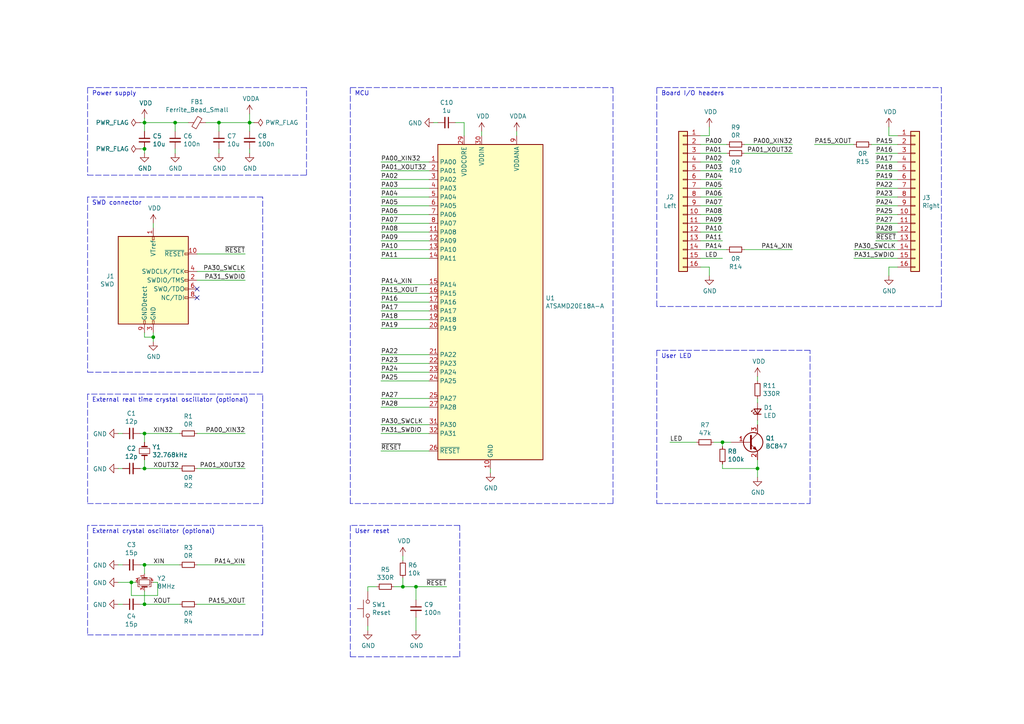
<source format=kicad_sch>
(kicad_sch (version 20211123) (generator eeschema)
  (paper "A4")
  (title_block (title "ATSAMD2x Breakout Board") (date "2022-04-02") (rev "A") (comment 1 "Universal breakout board for ATSAMD2x MCUs") (comment 3 "Michal Potrzebicz <michal@elevendroids.com>") (comment 4 "License: CC BY-SA 4.0"))
  (lib_symbols
    (symbol "Connector:Conn_ARM_JTAG_SWD_10" (pin_names (offset 1.016))
      (property "Reference" "J" (at -2.54 16.51 0))
      (property "Value" "Conn_ARM_JTAG_SWD_10" (at -2.54 13.97 0))
      (symbol "Conn_ARM_JTAG_SWD_10_0_1"
        (rectangle (start -10.16 12.7) (end 10.16 -12.7) (stroke (width 0.254)) (fill (type background)))
        (rectangle (start -2.794 -12.7) (end -2.286 -11.684))
        (rectangle (start -0.254 -12.7) (end 0.254 -11.684))
        (rectangle (start -0.254 12.7) (end 0.254 11.684))
        (rectangle (start 9.144 2.286) (end 10.16 2.794))
        (rectangle (start 10.16 -2.794) (end 9.144 -2.286))
        (rectangle (start 10.16 -0.254) (end 9.144 0.254))
        (rectangle (start 10.16 7.874) (end 9.144 7.366))
      )
      (symbol "Conn_ARM_JTAG_SWD_10_1_1"
        (rectangle (start 9.144 -5.334) (end 10.16 -4.826))
        (pin power_in line (at 0 15.24 270) (length 2.54) (name "VTref") (number "1"))
        (pin open_collector line (at 12.7 7.62 180) (length 2.54) (name "~{RESET}") (number "10"))
        (pin bidirectional line (at 12.7 0 180) (length 2.54) (name "SWDIO/TMS") (number "2"))
        (pin power_in line (at 0 -15.24 90) (length 2.54) (name "GND") (number "3"))
        (pin output line (at 12.7 2.54 180) (length 2.54) (name "SWDCLK/TCK") (number "4"))
        (pin passive line (at 0 -15.24 90) (length 2.54) hide (name "GND") (number "5"))
        (pin input line (at 12.7 -2.54 180) (length 2.54) (name "SWO/TDO") (number "6"))
        (pin no_connect line (at -10.16 0 0) (length 2.54) hide (name "KEY") (number "7"))
        (pin output line (at 12.7 -5.08 180) (length 2.54) (name "NC/TDI") (number "8"))
        (pin passive line (at -2.54 -15.24 90) (length 2.54) (name "GNDDetect") (number "9"))
      )
    )
    (symbol "Connector_Generic:Conn_01x16" (pin_names (offset 1.016) hide)
      (property "Reference" "J" (at 0 20.32 0))
      (property "Value" "Conn_01x16" (at 0 -22.86 0))
      (symbol "Conn_01x16_1_1"
        (rectangle (start -1.27 -20.193) (end 0 -20.447) (stroke (width 0.1524)))
        (rectangle (start -1.27 -17.653) (end 0 -17.907) (stroke (width 0.1524)))
        (rectangle (start -1.27 -15.113) (end 0 -15.367) (stroke (width 0.1524)))
        (rectangle (start -1.27 -12.573) (end 0 -12.827) (stroke (width 0.1524)))
        (rectangle (start -1.27 -10.033) (end 0 -10.287) (stroke (width 0.1524)))
        (rectangle (start -1.27 -7.493) (end 0 -7.747) (stroke (width 0.1524)))
        (rectangle (start -1.27 -4.953) (end 0 -5.207) (stroke (width 0.1524)))
        (rectangle (start -1.27 -2.413) (end 0 -2.667) (stroke (width 0.1524)))
        (rectangle (start -1.27 0.127) (end 0 -0.127) (stroke (width 0.1524)))
        (rectangle (start -1.27 2.667) (end 0 2.413) (stroke (width 0.1524)))
        (rectangle (start -1.27 5.207) (end 0 4.953) (stroke (width 0.1524)))
        (rectangle (start -1.27 7.747) (end 0 7.493) (stroke (width 0.1524)))
        (rectangle (start -1.27 10.287) (end 0 10.033) (stroke (width 0.1524)))
        (rectangle (start -1.27 12.827) (end 0 12.573) (stroke (width 0.1524)))
        (rectangle (start -1.27 15.367) (end 0 15.113) (stroke (width 0.1524)))
        (rectangle (start -1.27 17.907) (end 0 17.653) (stroke (width 0.1524)))
        (rectangle (start -1.27 19.05) (end 1.27 -21.59) (stroke (width 0.254)) (fill (type background)))
        (pin passive line (at -5.08 17.78 0) (length 3.81) (name "Pin_1") (number "1"))
        (pin passive line (at -5.08 -5.08 0) (length 3.81) (name "Pin_10") (number "10"))
        (pin passive line (at -5.08 -7.62 0) (length 3.81) (name "Pin_11") (number "11"))
        (pin passive line (at -5.08 -10.16 0) (length 3.81) (name "Pin_12") (number "12"))
        (pin passive line (at -5.08 -12.7 0) (length 3.81) (name "Pin_13") (number "13"))
        (pin passive line (at -5.08 -15.24 0) (length 3.81) (name "Pin_14") (number "14"))
        (pin passive line (at -5.08 -17.78 0) (length 3.81) (name "Pin_15") (number "15"))
        (pin passive line (at -5.08 -20.32 0) (length 3.81) (name "Pin_16") (number "16"))
        (pin passive line (at -5.08 15.24 0) (length 3.81) (name "Pin_2") (number "2"))
        (pin passive line (at -5.08 12.7 0) (length 3.81) (name "Pin_3") (number "3"))
        (pin passive line (at -5.08 10.16 0) (length 3.81) (name "Pin_4") (number "4"))
        (pin passive line (at -5.08 7.62 0) (length 3.81) (name "Pin_5") (number "5"))
        (pin passive line (at -5.08 5.08 0) (length 3.81) (name "Pin_6") (number "6"))
        (pin passive line (at -5.08 2.54 0) (length 3.81) (name "Pin_7") (number "7"))
        (pin passive line (at -5.08 0 0) (length 3.81) (name "Pin_8") (number "8"))
        (pin passive line (at -5.08 -2.54 0) (length 3.81) (name "Pin_9") (number "9"))
      )
    )
    (symbol "Device:C_Small" (pin_numbers hide) (pin_names (offset 0.254) hide)
      (property "Reference" "C" (at 0.254 1.778 0))
      (property "Value" "C_Small" (at 0.254 -2.032 0))
      (symbol "C_Small_0_1"
        (polyline (pts (xy -1.524 -0.508) (xy 1.524 -0.508)) (stroke (width 0.3302)))
        (polyline (pts (xy -1.524 0.508) (xy 1.524 0.508)) (stroke (width 0.3048)))
      )
      (symbol "C_Small_1_1"
        (pin passive line (at 0 2.54 270) (length 2.032) (name "~") (number "1"))
        (pin passive line (at 0 -2.54 90) (length 2.032) (name "~") (number "2"))
      )
    )
    (symbol "Device:Crystal_GND24_Small" (pin_names (offset 1.016) hide)
      (property "Reference" "Y" (at 1.27 4.445 0))
      (property "Value" "Crystal_GND24_Small" (at 1.27 2.54 0))
      (symbol "Crystal_GND24_Small_0_1"
        (rectangle (start -0.762 -1.524) (end 0.762 1.524))
        (polyline (pts (xy -1.27 -0.762) (xy -1.27 0.762)) (stroke (width 0.381)))
        (polyline (pts (xy 1.27 -0.762) (xy 1.27 0.762)) (stroke (width 0.381)))
        (polyline (pts (xy -1.27 -1.27) (xy -1.27 -1.905) (xy 1.27 -1.905) (xy 1.27 -1.27)))
        (polyline (pts (xy -1.27 1.27) (xy -1.27 1.905) (xy 1.27 1.905) (xy 1.27 1.27)))
      )
      (symbol "Crystal_GND24_Small_1_1"
        (pin passive line (at -2.54 0 0) (length 1.27) (name "1") (number "1"))
        (pin passive line (at 0 -2.54 90) (length 0.635) (name "2") (number "2"))
        (pin passive line (at 2.54 0 180) (length 1.27) (name "3") (number "3"))
        (pin passive line (at 0 2.54 270) (length 0.635) (name "4") (number "4"))
      )
    )
    (symbol "Device:Crystal_Small" (pin_numbers hide) (pin_names (offset 1.016) hide)
      (property "Reference" "Y" (at 0 2.54 0))
      (property "Value" "Crystal_Small" (at 0 -2.54 0))
      (symbol "Crystal_Small_0_1"
        (rectangle (start -0.762 -1.524) (end 0.762 1.524))
        (polyline (pts (xy -1.27 -0.762) (xy -1.27 0.762)) (stroke (width 0.381)))
        (polyline (pts (xy 1.27 -0.762) (xy 1.27 0.762)) (stroke (width 0.381)))
      )
      (symbol "Crystal_Small_1_1"
        (pin passive line (at -2.54 0 0) (length 1.27) (name "1") (number "1"))
        (pin passive line (at 2.54 0 180) (length 1.27) (name "2") (number "2"))
      )
    )
    (symbol "Device:FerriteBead_Small" (pin_numbers hide) (pin_names (offset 0))
      (property "Reference" "FB" (at 1.905 1.27 0))
      (property "Value" "FerriteBead_Small" (at 1.905 -1.27 0))
      (symbol "FerriteBead_Small_0_1"
        (polyline (pts (xy 0 -1.27) (xy 0 -0.7874)))
        (polyline (pts (xy 0 0.889) (xy 0 1.2954)))
        (polyline (pts (xy -1.8288 0.2794) (xy -1.1176 1.4986) (xy 1.8288 -0.2032) (xy 1.1176 -1.4224) (xy -1.8288 0.2794)))
      )
      (symbol "FerriteBead_Small_1_1"
        (pin passive line (at 0 2.54 270) (length 1.27) (name "~") (number "1"))
        (pin passive line (at 0 -2.54 90) (length 1.27) (name "~") (number "2"))
      )
    )
    (symbol "Device:LED_Small" (pin_numbers hide) (pin_names (offset 0.254) hide)
      (property "Reference" "D" (at -1.27 3.175 0))
      (property "Value" "LED_Small" (at -4.445 -2.54 0))
      (symbol "LED_Small_0_1"
        (polyline (pts (xy -0.762 -1.016) (xy -0.762 1.016)) (stroke (width 0.254)))
        (polyline (pts (xy 1.016 0) (xy -0.762 0)))
        (polyline (pts (xy 0.762 -1.016) (xy -0.762 0) (xy 0.762 1.016) (xy 0.762 -1.016)) (stroke (width 0.254)))
        (polyline (pts (xy 0 0.762) (xy -0.508 1.27) (xy -0.254 1.27) (xy -0.508 1.27) (xy -0.508 1.016)))
        (polyline (pts (xy 0.508 1.27) (xy 0 1.778) (xy 0.254 1.778) (xy 0 1.778) (xy 0 1.524)))
      )
      (symbol "LED_Small_1_1"
        (pin passive line (at -2.54 0 0) (length 1.778) (name "K") (number "1"))
        (pin passive line (at 2.54 0 180) (length 1.778) (name "A") (number "2"))
      )
    )
    (symbol "Device:R_Small" (pin_numbers hide) (pin_names (offset 0.254) hide)
      (property "Reference" "R" (at 0.762 0.508 0))
      (property "Value" "R_Small" (at 0.762 -1.016 0))
      (symbol "R_Small_0_1"
        (rectangle (start -0.762 1.778) (end 0.762 -1.778) (stroke (width 0.2032)))
      )
      (symbol "R_Small_1_1"
        (pin passive line (at 0 2.54 270) (length 0.762) (name "~") (number "1"))
        (pin passive line (at 0 -2.54 90) (length 0.762) (name "~") (number "2"))
      )
    )
    (symbol "Elevendroids_MCU_Microchip:ATSAMD20E18A-A"
      (property "Reference" "U" (at -13.97 46.99 0))
      (property "Value" "ATSAMD20E18A-A" (at 16.51 46.99 0))
      (symbol "ATSAMD20E18A-A_1_1"
        (rectangle (start -15.24 45.72) (end 15.24 -45.72) (stroke (width 0.254)) (fill (type background)))
        (pin bidirectional line (at -17.78 40.64 0) (length 2.54) (name "PA00") (number "1"))
        (pin power_in line (at 0 -48.26 90) (length 2.54) (name "GND") (number "10"))
        (pin bidirectional line (at -17.78 20.32 0) (length 2.54) (name "PA08") (number "11"))
        (pin bidirectional line (at -17.78 17.78 0) (length 2.54) (name "PA09") (number "12"))
        (pin bidirectional line (at -17.78 15.24 0) (length 2.54) (name "PA10") (number "13"))
        (pin bidirectional line (at -17.78 12.7 0) (length 2.54) (name "PA11") (number "14"))
        (pin bidirectional line (at -17.78 5.08 0) (length 2.54) (name "PA14") (number "15"))
        (pin bidirectional line (at -17.78 2.54 0) (length 2.54) (name "PA15") (number "16"))
        (pin bidirectional line (at -17.78 0 0) (length 2.54) (name "PA16") (number "17"))
        (pin bidirectional line (at -17.78 -2.54 0) (length 2.54) (name "PA17") (number "18"))
        (pin bidirectional line (at -17.78 -5.08 0) (length 2.54) (name "PA18") (number "19"))
        (pin bidirectional line (at -17.78 38.1 0) (length 2.54) (name "PA01") (number "2"))
        (pin bidirectional line (at -17.78 -7.62 0) (length 2.54) (name "PA19") (number "20"))
        (pin bidirectional line (at -17.78 -15.24 0) (length 2.54) (name "PA22") (number "21"))
        (pin bidirectional line (at -17.78 -17.78 0) (length 2.54) (name "PA23") (number "22"))
        (pin bidirectional line (at -17.78 -20.32 0) (length 2.54) (name "PA24") (number "23"))
        (pin bidirectional line (at -17.78 -22.86 0) (length 2.54) (name "PA25") (number "24"))
        (pin bidirectional line (at -17.78 -27.94 0) (length 2.54) (name "PA27") (number "25"))
        (pin input line (at -17.78 -43.18 0) (length 2.54) (name "~{RESET}") (number "26"))
        (pin bidirectional line (at -17.78 -30.48 0) (length 2.54) (name "PA28") (number "27"))
        (pin passive line (at 0 -48.26 90) (length 2.54) hide (name "GND") (number "28"))
        (pin power_out line (at -7.62 48.26 270) (length 2.54) (name "VDDCORE") (number "29"))
        (pin bidirectional line (at -17.78 35.56 0) (length 2.54) (name "PA02") (number "3"))
        (pin power_in line (at -2.54 48.26 270) (length 2.54) (name "VDDIN") (number "30"))
        (pin bidirectional line (at -17.78 -35.56 0) (length 2.54) (name "PA30") (number "31"))
        (pin bidirectional line (at -17.78 -38.1 0) (length 2.54) (name "PA31") (number "32"))
        (pin bidirectional line (at -17.78 33.02 0) (length 2.54) (name "PA03") (number "4"))
        (pin bidirectional line (at -17.78 30.48 0) (length 2.54) (name "PA04") (number "5"))
        (pin bidirectional line (at -17.78 27.94 0) (length 2.54) (name "PA05") (number "6"))
        (pin bidirectional line (at -17.78 25.4 0) (length 2.54) (name "PA06") (number "7"))
        (pin bidirectional line (at -17.78 22.86 0) (length 2.54) (name "PA07") (number "8"))
        (pin power_in line (at 7.62 48.26 270) (length 2.54) (name "VDDANA") (number "9"))
      )
    )
    (symbol "Switch:SW_Push" (pin_numbers hide) (pin_names (offset 1.016) hide)
      (property "Reference" "SW" (at 1.27 2.54 0))
      (property "Value" "SW_Push" (at 0 -1.524 0))
      (symbol "SW_Push_0_1"
        (circle (center -2.032 0) (radius 0.508))
        (polyline (pts (xy 0 1.27) (xy 0 3.048)))
        (polyline (pts (xy 2.54 1.27) (xy -2.54 1.27)))
        (circle (center 2.032 0) (radius 0.508))
        (pin passive line (at -5.08 0 0) (length 2.54) (name "1") (number "1"))
        (pin passive line (at 5.08 0 180) (length 2.54) (name "2") (number "2"))
      )
    )
    (symbol "Transistor_BJT:BC847" (pin_names (offset 0) hide)
      (property "Reference" "Q" (at 5.08 1.905 0))
      (property "Value" "BC847" (at 5.08 0 0))
      (symbol "BC847_0_1"
        (polyline (pts (xy 0.635 0.635) (xy 2.54 2.54)))
        (polyline (pts (xy 0.635 -0.635) (xy 2.54 -2.54) (xy 2.54 -2.54)))
        (polyline (pts (xy 0.635 1.905) (xy 0.635 -1.905) (xy 0.635 -1.905)) (stroke (width 0.508)))
        (polyline (pts (xy 1.27 -1.778) (xy 1.778 -1.27) (xy 2.286 -2.286) (xy 1.27 -1.778) (xy 1.27 -1.778)) (fill (type outline)))
        (circle (center 1.27 0) (radius 2.8194) (stroke (width 0.254)))
      )
      (symbol "BC847_1_1"
        (pin input line (at -5.08 0 0) (length 5.715) (name "B") (number "1"))
        (pin passive line (at 2.54 -5.08 90) (length 2.54) (name "E") (number "2"))
        (pin passive line (at 2.54 5.08 270) (length 2.54) (name "C") (number "3"))
      )
    )
    (symbol "power:GND" (power) (pin_names (offset 0))
      (property "Value" "GND" (at 0 -3.81 0))
      (symbol "GND_0_1"
        (polyline (pts (xy 0 0) (xy 0 -1.27) (xy 1.27 -1.27) (xy 0 -2.54) (xy -1.27 -1.27) (xy 0 -1.27)))
      )
      (symbol "GND_1_1"
        (pin power_in line (at 0 0 270) (length 0) hide (name "GND") (number "1"))
      )
    )
    (symbol "power:PWR_FLAG" (power) (pin_numbers hide) (pin_names (offset 0) hide)
      (property "Value" "PWR_FLAG" (at 0 3.81 0))
      (symbol "PWR_FLAG_0_0"
        (pin power_out line (at 0 0 90) (length 0) (name "pwr") (number "1"))
      )
      (symbol "PWR_FLAG_0_1"
        (polyline (pts (xy 0 0) (xy 0 1.27) (xy -1.016 1.905) (xy 0 2.54) (xy 1.016 1.905) (xy 0 1.27)))
      )
    )
    (symbol "power:VDD" (power) (pin_names (offset 0))
      (property "Value" "VDD" (at 0 3.81 0))
      (symbol "VDD_0_1"
        (polyline (pts (xy -0.762 1.27) (xy 0 2.54)))
        (polyline (pts (xy 0 0) (xy 0 2.54)))
        (polyline (pts (xy 0 2.54) (xy 0.762 1.27)))
      )
      (symbol "VDD_1_1"
        (pin power_in line (at 0 0 90) (length 0) hide (name "VDD") (number "1"))
      )
    )
    (symbol "power:VDDA" (power) (pin_names (offset 0))
      (property "Value" "VDDA" (at 0 3.81 0))
      (symbol "VDDA_0_1"
        (polyline (pts (xy -0.762 1.27) (xy 0 2.54)))
        (polyline (pts (xy 0 0) (xy 0 2.54)))
        (polyline (pts (xy 0 2.54) (xy 0.762 1.27)))
      )
      (symbol "VDDA_1_1"
        (pin power_in line (at 0 0 90) (length 0) hide (name "VDDA") (number "1"))
      )
    )
  )
  (junction (at 41.91 163.83))
  (junction (at 120.65 170.18))
  (junction (at 41.91 35.56))
  (junction (at 41.91 43.18))
  (junction (at 41.91 135.89))
  (junction (at 50.8 35.56))
  (junction (at 41.91 125.73))
  (junction (at 44.45 97.79))
  (junction (at 116.84 170.18))
  (junction (at 38.1 168.91))
  (junction (at 63.5 35.56))
  (junction (at 41.91 175.26))
  (junction (at 72.39 35.56))
  (junction (at 209.55 128.27))
  (junction (at 219.71 135.89))
  (no_connect (at 57.15 86.36))
  (no_connect (at 57.15 83.82))
  (wire (pts (xy 124.46 90.17) (xy 110.49 90.17)))
  (wire (pts (xy 257.81 80.01) (xy 257.81 77.47)))
  (wire (pts (xy 124.46 87.63) (xy 110.49 87.63)))
  (wire (pts (xy 215.9 72.39) (xy 229.87 72.39)))
  (polyline (pts (xy 101.6 152.4) (xy 101.6 190.5)))
  (wire (pts (xy 72.39 35.56) (xy 72.39 38.1)))
  (wire (pts (xy 34.29 168.91) (xy 38.1 168.91)))
  (wire (pts (xy 50.8 35.56) (xy 41.91 35.56)))
  (wire (pts (xy 219.71 109.22) (xy 219.71 110.49)))
  (wire (pts (xy 203.2 59.69) (xy 209.55 59.69)))
  (wire (pts (xy 124.46 57.15) (xy 110.49 57.15)))
  (wire (pts (xy 124.46 69.85) (xy 110.49 69.85)))
  (wire (pts (xy 210.82 72.39) (xy 203.2 72.39)))
  (wire (pts (xy 124.46 107.95) (xy 110.49 107.95)))
  (wire (pts (xy 124.46 105.41) (xy 110.49 105.41)))
  (wire (pts (xy 257.81 77.47) (xy 260.35 77.47)))
  (wire (pts (xy 260.35 64.77) (xy 254 64.77)))
  (wire (pts (xy 260.35 62.23) (xy 254 62.23)))
  (wire (pts (xy 215.9 44.45) (xy 229.87 44.45)))
  (wire (pts (xy 57.15 135.89) (xy 71.12 135.89)))
  (wire (pts (xy 203.2 57.15) (xy 209.55 57.15)))
  (wire (pts (xy 203.2 49.53) (xy 209.55 49.53)))
  (polyline (pts (xy 25.4 184.15) (xy 76.2 184.15)))
  (wire (pts (xy 40.64 175.26) (xy 41.91 175.26)))
  (wire (pts (xy 41.91 163.83) (xy 52.07 163.83)))
  (wire (pts (xy 203.2 46.99) (xy 209.55 46.99)))
  (wire (pts (xy 44.45 64.77) (xy 44.45 66.04)))
  (wire (pts (xy 134.62 35.56) (xy 132.08 35.56)))
  (wire (pts (xy 41.91 125.73) (xy 52.07 125.73)))
  (polyline (pts (xy 25.4 152.4) (xy 25.4 184.15)))
  (wire (pts (xy 260.35 44.45) (xy 254 44.45)))
  (wire (pts (xy 63.5 35.56) (xy 72.39 35.56)))
  (wire (pts (xy 124.46 49.53) (xy 110.49 49.53)))
  (wire (pts (xy 41.91 34.29) (xy 41.91 35.56)))
  (wire (pts (xy 45.72 172.72) (xy 38.1 172.72)))
  (polyline (pts (xy 190.5 88.9) (xy 190.5 25.4)))
  (wire (pts (xy 260.35 67.31) (xy 254 67.31)))
  (wire (pts (xy 124.46 92.71) (xy 110.49 92.71)))
  (wire (pts (xy 41.91 135.89) (xy 52.07 135.89)))
  (wire (pts (xy 209.55 135.89) (xy 219.71 135.89)))
  (wire (pts (xy 72.39 35.56) (xy 73.66 35.56)))
  (wire (pts (xy 41.91 96.52) (xy 41.91 97.79)))
  (wire (pts (xy 106.68 171.45) (xy 106.68 170.18)))
  (wire (pts (xy 106.68 181.61) (xy 106.68 182.88)))
  (wire (pts (xy 44.45 168.91) (xy 45.72 168.91)))
  (wire (pts (xy 124.46 52.07) (xy 110.49 52.07)))
  (wire (pts (xy 124.46 62.23) (xy 110.49 62.23)))
  (wire (pts (xy 194.31 128.27) (xy 201.93 128.27)))
  (wire (pts (xy 124.46 95.25) (xy 110.49 95.25)))
  (wire (pts (xy 34.29 163.83) (xy 35.56 163.83)))
  (wire (pts (xy 124.46 115.57) (xy 110.49 115.57)))
  (wire (pts (xy 203.2 44.45) (xy 210.82 44.45)))
  (wire (pts (xy 260.35 57.15) (xy 254 57.15)))
  (wire (pts (xy 57.15 78.74) (xy 71.12 78.74)))
  (wire (pts (xy 38.1 168.91) (xy 39.37 168.91)))
  (wire (pts (xy 124.46 67.31) (xy 110.49 67.31)))
  (wire (pts (xy 260.35 49.53) (xy 254 49.53)))
  (wire (pts (xy 257.81 39.37) (xy 260.35 39.37)))
  (wire (pts (xy 203.2 62.23) (xy 209.55 62.23)))
  (polyline (pts (xy 177.8 146.05) (xy 101.6 146.05)))
  (wire (pts (xy 247.65 41.91) (xy 236.22 41.91)))
  (wire (pts (xy 209.55 128.27) (xy 212.09 128.27)))
  (wire (pts (xy 106.68 170.18) (xy 109.22 170.18)))
  (wire (pts (xy 205.74 39.37) (xy 205.74 36.83)))
  (wire (pts (xy 57.15 175.26) (xy 71.12 175.26)))
  (wire (pts (xy 34.29 175.26) (xy 35.56 175.26)))
  (wire (pts (xy 219.71 115.57) (xy 219.71 116.84)))
  (wire (pts (xy 203.2 77.47) (xy 205.74 77.47)))
  (wire (pts (xy 54.61 35.56) (xy 50.8 35.56)))
  (wire (pts (xy 40.64 163.83) (xy 41.91 163.83)))
  (wire (pts (xy 247.65 74.93) (xy 260.35 74.93)))
  (wire (pts (xy 260.35 52.07) (xy 254 52.07)))
  (wire (pts (xy 203.2 39.37) (xy 205.74 39.37)))
  (wire (pts (xy 41.91 163.83) (xy 41.91 166.37)))
  (wire (pts (xy 41.91 35.56) (xy 41.91 38.1)))
  (polyline (pts (xy 273.05 88.9) (xy 190.5 88.9)))
  (wire (pts (xy 120.65 170.18) (xy 129.54 170.18)))
  (polyline (pts (xy 76.2 184.15) (xy 76.2 152.4)))
  (wire (pts (xy 124.46 74.93) (xy 110.49 74.93)))
  (wire (pts (xy 124.46 125.73) (xy 110.49 125.73)))
  (polyline (pts (xy 190.5 101.6) (xy 190.5 146.05)))
  (wire (pts (xy 57.15 73.66) (xy 71.12 73.66)))
  (wire (pts (xy 124.46 85.09) (xy 110.49 85.09)))
  (wire (pts (xy 252.73 41.91) (xy 260.35 41.91)))
  (polyline (pts (xy 76.2 152.4) (xy 25.4 152.4)))
  (wire (pts (xy 203.2 69.85) (xy 209.55 69.85)))
  (wire (pts (xy 219.71 135.89) (xy 219.71 138.43)))
  (wire (pts (xy 260.35 69.85) (xy 254 69.85)))
  (polyline (pts (xy 25.4 50.8) (xy 88.9 50.8)))
  (polyline (pts (xy 76.2 57.15) (xy 25.4 57.15)))
  (polyline (pts (xy 88.9 25.4) (xy 25.4 25.4)))
  (wire (pts (xy 63.5 43.18) (xy 63.5 44.45)))
  (wire (pts (xy 124.46 64.77) (xy 110.49 64.77)))
  (wire (pts (xy 41.91 125.73) (xy 41.91 128.27)))
  (wire (pts (xy 260.35 72.39) (xy 247.65 72.39)))
  (wire (pts (xy 124.46 72.39) (xy 110.49 72.39)))
  (wire (pts (xy 50.8 38.1) (xy 50.8 35.56)))
  (wire (pts (xy 124.46 118.11) (xy 110.49 118.11)))
  (polyline (pts (xy 25.4 146.05) (xy 76.2 146.05)))
  (wire (pts (xy 40.64 135.89) (xy 41.91 135.89)))
  (wire (pts (xy 72.39 33.02) (xy 72.39 35.56)))
  (polyline (pts (xy 101.6 190.5) (xy 133.35 190.5)))
  (polyline (pts (xy 25.4 107.95) (xy 76.2 107.95)))
  (wire (pts (xy 114.3 170.18) (xy 116.84 170.18)))
  (wire (pts (xy 139.7 38.1) (xy 139.7 39.37)))
  (wire (pts (xy 124.46 82.55) (xy 110.49 82.55)))
  (polyline (pts (xy 25.4 57.15) (xy 25.4 107.95)))
  (wire (pts (xy 120.65 179.07) (xy 120.65 182.88)))
  (wire (pts (xy 124.46 54.61) (xy 110.49 54.61)))
  (polyline (pts (xy 76.2 114.3) (xy 25.4 114.3)))
  (polyline (pts (xy 177.8 25.4) (xy 177.8 146.05)))
  (wire (pts (xy 41.91 43.18) (xy 41.91 44.45)))
  (wire (pts (xy 125.73 35.56) (xy 127 35.56)))
  (wire (pts (xy 44.45 97.79) (xy 44.45 99.06)))
  (wire (pts (xy 116.84 170.18) (xy 116.84 167.64)))
  (wire (pts (xy 203.2 52.07) (xy 209.55 52.07)))
  (wire (pts (xy 59.69 35.56) (xy 63.5 35.56)))
  (wire (pts (xy 63.5 38.1) (xy 63.5 35.56)))
  (wire (pts (xy 257.81 36.83) (xy 257.81 39.37)))
  (wire (pts (xy 124.46 110.49) (xy 110.49 110.49)))
  (wire (pts (xy 203.2 54.61) (xy 209.55 54.61)))
  (wire (pts (xy 34.29 125.73) (xy 35.56 125.73)))
  (polyline (pts (xy 76.2 107.95) (xy 76.2 57.15)))
  (polyline (pts (xy 101.6 25.4) (xy 177.8 25.4)))
  (wire (pts (xy 72.39 43.18) (xy 72.39 44.45)))
  (wire (pts (xy 40.64 43.18) (xy 41.91 43.18)))
  (wire (pts (xy 219.71 133.35) (xy 219.71 135.89)))
  (wire (pts (xy 57.15 163.83) (xy 71.12 163.83)))
  (wire (pts (xy 116.84 161.29) (xy 116.84 162.56)))
  (wire (pts (xy 124.46 46.99) (xy 110.49 46.99)))
  (wire (pts (xy 209.55 134.62) (xy 209.55 135.89)))
  (wire (pts (xy 120.65 170.18) (xy 120.65 173.99)))
  (wire (pts (xy 41.91 175.26) (xy 41.91 171.45)))
  (polyline (pts (xy 133.35 190.5) (xy 133.35 152.4)))
  (wire (pts (xy 40.64 125.73) (xy 41.91 125.73)))
  (wire (pts (xy 219.71 121.92) (xy 219.71 123.19)))
  (wire (pts (xy 41.91 135.89) (xy 41.91 133.35)))
  (wire (pts (xy 260.35 59.69) (xy 254 59.69)))
  (polyline (pts (xy 25.4 114.3) (xy 25.4 146.05)))
  (polyline (pts (xy 76.2 146.05) (xy 76.2 114.3)))
  (wire (pts (xy 41.91 97.79) (xy 44.45 97.79)))
  (wire (pts (xy 124.46 59.69) (xy 110.49 59.69)))
  (wire (pts (xy 203.2 67.31) (xy 209.55 67.31)))
  (polyline (pts (xy 234.95 101.6) (xy 190.5 101.6)))
  (wire (pts (xy 44.45 96.52) (xy 44.45 97.79)))
  (polyline (pts (xy 101.6 146.05) (xy 101.6 25.4)))
  (wire (pts (xy 203.2 64.77) (xy 209.55 64.77)))
  (polyline (pts (xy 273.05 25.4) (xy 273.05 88.9)))
  (wire (pts (xy 203.2 41.91) (xy 210.82 41.91)))
  (wire (pts (xy 38.1 172.72) (xy 38.1 168.91)))
  (wire (pts (xy 260.35 46.99) (xy 254 46.99)))
  (wire (pts (xy 45.72 168.91) (xy 45.72 172.72)))
  (wire (pts (xy 203.2 74.93) (xy 209.55 74.93)))
  (wire (pts (xy 207.01 128.27) (xy 209.55 128.27)))
  (wire (pts (xy 215.9 41.91) (xy 229.87 41.91)))
  (polyline (pts (xy 190.5 146.05) (xy 234.95 146.05)))
  (polyline (pts (xy 25.4 25.4) (xy 25.4 50.8)))
  (wire (pts (xy 57.15 125.73) (xy 71.12 125.73)))
  (wire (pts (xy 116.84 170.18) (xy 120.65 170.18)))
  (wire (pts (xy 205.74 77.47) (xy 205.74 80.01)))
  (wire (pts (xy 57.15 81.28) (xy 71.12 81.28)))
  (wire (pts (xy 41.91 175.26) (xy 52.07 175.26)))
  (polyline (pts (xy 190.5 25.4) (xy 273.05 25.4)))
  (wire (pts (xy 134.62 39.37) (xy 134.62 35.56)))
  (polyline (pts (xy 88.9 50.8) (xy 88.9 25.4)))
  (wire (pts (xy 124.46 102.87) (xy 110.49 102.87)))
  (polyline (pts (xy 133.35 152.4) (xy 101.6 152.4)))
  (wire (pts (xy 142.24 135.89) (xy 142.24 137.16)))
  (wire (pts (xy 149.86 38.1) (xy 149.86 39.37)))
  (wire (pts (xy 34.29 135.89) (xy 35.56 135.89)))
  (wire (pts (xy 260.35 54.61) (xy 254 54.61)))
  (polyline (pts (xy 234.95 146.05) (xy 234.95 101.6)))
  (wire (pts (xy 209.55 129.54) (xy 209.55 128.27)))
  (wire (pts (xy 124.46 130.81) (xy 110.49 130.81)))
  (wire (pts (xy 50.8 43.18) (xy 50.8 44.45)))
  (wire (pts (xy 124.46 123.19) (xy 110.49 123.19)))
  (wire (pts (xy 40.64 35.56) (xy 41.91 35.56)))
  (text "SWD connector" (at 26.67 59.69 0) (effects (font (size 1.27 1.27)) (justify left bottom)))
  (text "User reset" (at 102.87 154.94 0) (effects (font (size 1.27 1.27)) (justify left bottom)))
  (text "External crystal oscillator (optional)" (at 26.67 154.94 0) (effects (font (size 1.27 1.27)) (justify left bottom)))
  (text "External real time crystal oscillator (optional)" (at 26.67 116.84 0) (effects (font (size 1.27 1.27)) (justify left bottom)))
  (text "Board I/O headers" (at 191.77 27.94 0) (effects (font (size 1.27 1.27)) (justify left bottom)))
  (text "MCU" (at 102.87 27.94 0) (effects (font (size 1.27 1.27)) (justify left bottom)))
  (text "User LED" (at 191.77 104.14 0) (effects (font (size 1.27 1.27)) (justify left bottom)))
  (text "Power supply" (at 26.67 27.94 0) (effects (font (size 1.27 1.27)) (justify left bottom)))
  (label "PA08" (at 110.49 67.31 0))
  (label "PA09" (at 204.47 64.77 0))
  (label "PA10" (at 204.47 67.31 0))
  (label "PA16" (at 110.49 87.63 0))
  (label "PA27" (at 110.49 115.57 0))
  (label "XIN32" (at 44.45 125.73 0))
  (label "PA01_XOUT32" (at 71.12 135.89 180))
  (label "PA01_XOUT32" (at 110.49 49.53 0))
  (label "~{RESET}" (at 254 69.85 0))
  (label "PA11" (at 110.49 74.93 0))
  (label "PA06" (at 204.47 57.15 0))
  (label "PA10" (at 110.49 72.39 0))
  (label "PA03" (at 204.47 49.53 0))
  (label "PA27" (at 254 64.77 0))
  (label "~{RESET}" (at 129.54 170.18 180))
  (label "PA01_XOUT32" (at 229.87 44.45 180))
  (label "PA03" (at 110.49 54.61 0))
  (label "LED" (at 194.31 128.27 0))
  (label "PA09" (at 110.49 69.85 0))
  (label "PA18" (at 110.49 92.71 0))
  (label "PA25" (at 110.49 110.49 0))
  (label "PA23" (at 254 57.15 0))
  (label "PA31_SWDIO" (at 110.49 125.73 0))
  (label "LED" (at 204.47 74.93 0))
  (label "PA25" (at 254 62.23 0))
  (label "PA00_XIN32" (at 71.12 125.73 180))
  (label "PA15" (at 254 41.91 0))
  (label "PA00" (at 204.47 41.91 0))
  (label "PA05" (at 110.49 59.69 0))
  (label "PA23" (at 110.49 105.41 0))
  (label "PA15_XOUT" (at 236.22 41.91 0))
  (label "PA17" (at 110.49 90.17 0))
  (label "PA30_SWCLK" (at 247.65 72.39 0))
  (label "PA06" (at 110.49 62.23 0))
  (label "PA31_SWDIO" (at 71.12 81.28 180))
  (label "PA00_XIN32" (at 110.49 46.99 0))
  (label "PA14_XIN" (at 229.87 72.39 180))
  (label "PA15_XOUT" (at 110.49 85.09 0))
  (label "~{RESET}" (at 110.49 130.81 0))
  (label "PA00_XIN32" (at 229.87 41.91 180))
  (label "PA14_XIN" (at 110.49 82.55 0))
  (label "PA19" (at 110.49 95.25 0))
  (label "PA16" (at 254 44.45 0))
  (label "~{RESET}" (at 71.12 73.66 180))
  (label "PA22" (at 110.49 102.87 0))
  (label "PA30_SWCLK" (at 110.49 123.19 0))
  (label "PA31_SWDIO" (at 247.65 74.93 0))
  (label "PA07" (at 204.47 59.69 0))
  (label "PA05" (at 204.47 54.61 0))
  (label "XOUT32" (at 44.45 135.89 0))
  (label "PA15_XOUT" (at 71.12 175.26 180))
  (label "PA28" (at 254 67.31 0))
  (label "PA14" (at 204.47 72.39 0))
  (label "PA04" (at 110.49 57.15 0))
  (label "PA24" (at 110.49 107.95 0))
  (label "PA18" (at 254 49.53 0))
  (label "PA17" (at 254 46.99 0))
  (label "PA30_SWCLK" (at 71.12 78.74 180))
  (label "PA14_XIN" (at 71.12 163.83 180))
  (label "PA04" (at 204.47 52.07 0))
  (label "PA22" (at 254 54.61 0))
  (label "PA02" (at 110.49 52.07 0))
  (label "PA02" (at 204.47 46.99 0))
  (label "PA08" (at 204.47 62.23 0))
  (label "PA24" (at 254 59.69 0))
  (label "PA28" (at 110.49 118.11 0))
  (label "PA07" (at 110.49 64.77 0))
  (label "PA01" (at 204.47 44.45 0))
  (label "XIN" (at 44.45 163.83 0))
  (label "PA19" (at 254 52.07 0))
  (label "XOUT" (at 44.45 175.26 0))
  (label "PA11" (at 204.47 69.85 0))
  (symbol (lib_id "Elevendroids_MCU_Microchip:ATSAMD20E18A-A") (at 142.24 87.63 0) (unit 1)
    (property "Reference" "U1" (at 158.242 86.4616 0) (effects (justify left)))
    (property "Value" "ATSAMD20E18A-A" (at 158.242 88.773 0) (effects (justify left)))
    (property "Footprint" "Package_QFP:TQFP-32_7x7mm_P0.8mm" (effects hide))
    (property "Datasheet" "http://ww1.microchip.com/downloads/en/DeviceDoc/SAM_D20_%20Family_Datasheet_DS60001504C.pdf" (effects hide))
  )
  (symbol (lib_id "power:VDD") (at 139.7 38.1 0) (unit 1)
    (property "Reference" "#PWR018" (effects hide))
    (property "Value" "VDD" (at 140.081 33.7058 0))
  )
  (symbol (lib_id "power:VDDA") (at 149.86 38.1 0) (unit 1)
    (property "Reference" "#PWR020" (effects hide))
    (property "Value" "VDDA" (at 150.241 33.7058 0))
  )
  (symbol (lib_id "Device:C_Small") (at 129.54 35.56 270) (unit 1)
    (property "Reference" "C10" (at 129.54 29.7434 90))
    (property "Value" "1u" (at 129.54 32.0548 90))
    (property "Footprint" "Capacitor_SMD:C_0603_1608Metric" (effects hide))
  )
  (symbol (lib_id "power:GND") (at 125.73 35.56 270) (unit 1)
    (property "Reference" "#PWR017" (effects hide))
    (property "Value" "GND" (at 122.4788 35.687 90) (effects (justify right)))
  )
  (symbol (lib_id "power:GND") (at 142.24 137.16 0) (unit 1)
    (property "Reference" "#PWR019" (effects hide))
    (property "Value" "GND" (at 142.367 141.5542 0))
  )
  (symbol (lib_id "Transistor_BJT:BC847") (at 217.17 128.27 0) (unit 1)
    (property "Reference" "Q1" (at 222.0214 127.1016 0) (effects (justify left)))
    (property "Value" "BC847" (at 222.0214 129.413 0) (effects (justify left)))
    (property "Footprint" "Package_TO_SOT_SMD:SOT-23" (effects hide))
    (property "Datasheet" "http://www.infineon.com/dgdl/Infineon-BC847SERIES_BC848SERIES_BC849SERIES_BC850SERIES-DS-v01_01-en.pdf?fileId=db3a304314dca389011541d4630a1657" (effects hide))
  )
  (symbol (lib_id "Connector:Conn_ARM_JTAG_SWD_10") (at 44.45 81.28 0) (unit 1)
    (property "Reference" "J1" (at 33.1978 80.1116 0) (effects (justify right)))
    (property "Value" "SWD" (at 33.1978 82.423 0) (effects (justify right)))
    (property "Footprint" "Connector_PinHeader_1.27mm:PinHeader_2x05_P1.27mm_Vertical_SMD" (effects hide))
    (property "Datasheet" "http://infocenter.arm.com/help/topic/com.arm.doc.ddi0314h/DDI0314H_coresight_components_trm.pdf" (effects hide))
  )
  (symbol (lib_id "power:VDD") (at 44.45 64.77 0) (unit 1)
    (property "Reference" "#PWR08" (effects hide))
    (property "Value" "VDD" (at 44.831 60.3758 0))
  )
  (symbol (lib_id "power:GND") (at 44.45 99.06 0) (unit 1)
    (property "Reference" "#PWR09" (effects hide))
    (property "Value" "GND" (at 44.577 103.4542 0))
  )
  (symbol (lib_id "Device:FerriteBead_Small") (at 57.15 35.56 90) (unit 1)
    (property "Reference" "FB1" (at 57.15 29.5402 90))
    (property "Value" "Ferrite_Bead_Small" (at 57.15 31.8516 90))
    (property "Footprint" "Inductor_SMD:L_0603_1608Metric" (effects hide))
  )
  (symbol (lib_id "Device:C_Small") (at 41.91 40.64 0) (unit 1)
    (property "Reference" "C5" (at 44.2468 39.4716 0) (effects (justify left)))
    (property "Value" "10u" (at 44.2468 41.783 0) (effects (justify left)))
    (property "Footprint" "Capacitor_SMD:C_0805_2012Metric" (effects hide))
  )
  (symbol (lib_id "Device:C_Small") (at 50.8 40.64 0) (unit 1)
    (property "Reference" "C6" (at 53.1368 39.4716 0) (effects (justify left)))
    (property "Value" "100n" (at 53.1368 41.783 0) (effects (justify left)))
    (property "Footprint" "Capacitor_SMD:C_0603_1608Metric" (effects hide))
  )
  (symbol (lib_id "Device:C_Small") (at 63.5 40.64 0) (unit 1)
    (property "Reference" "C7" (at 65.8368 39.4716 0) (effects (justify left)))
    (property "Value" "10u" (at 65.8368 41.783 0) (effects (justify left)))
    (property "Footprint" "Capacitor_SMD:C_0805_2012Metric" (effects hide))
  )
  (symbol (lib_id "Device:C_Small") (at 72.39 40.64 0) (unit 1)
    (property "Reference" "C8" (at 74.7268 39.4716 0) (effects (justify left)))
    (property "Value" "100n" (at 74.7268 41.783 0) (effects (justify left)))
    (property "Footprint" "Capacitor_SMD:C_0603_1608Metric" (effects hide))
  )
  (symbol (lib_id "power:VDD") (at 41.91 34.29 0) (unit 1)
    (property "Reference" "#PWR06" (effects hide))
    (property "Value" "VDD" (at 42.291 29.8958 0))
  )
  (symbol (lib_id "power:VDDA") (at 72.39 33.02 0) (unit 1)
    (property "Reference" "#PWR012" (effects hide))
    (property "Value" "VDDA" (at 72.771 28.6258 0))
  )
  (symbol (lib_id "power:GND") (at 41.91 44.45 0) (unit 1)
    (property "Reference" "#PWR07" (effects hide))
    (property "Value" "GND" (at 42.037 48.8442 0))
  )
  (symbol (lib_id "power:GND") (at 50.8 44.45 0) (unit 1)
    (property "Reference" "#PWR010" (effects hide))
    (property "Value" "GND" (at 50.927 48.8442 0))
  )
  (symbol (lib_id "power:GND") (at 63.5 44.45 0) (unit 1)
    (property "Reference" "#PWR011" (effects hide))
    (property "Value" "GND" (at 63.627 48.8442 0))
  )
  (symbol (lib_id "power:GND") (at 72.39 44.45 0) (unit 1)
    (property "Reference" "#PWR013" (effects hide))
    (property "Value" "GND" (at 72.517 48.8442 0))
  )
  (symbol (lib_id "power:PWR_FLAG") (at 40.64 35.56 90) (unit 1)
    (property "Reference" "#FLG01" (effects hide))
    (property "Value" "PWR_FLAG" (at 37.4142 35.56 90) (effects (justify left)))
  )
  (symbol (lib_id "power:PWR_FLAG") (at 73.66 35.56 270) (unit 1)
    (property "Reference" "#FLG03" (effects hide))
    (property "Value" "PWR_FLAG" (at 76.9112 35.56 90) (effects (justify left)))
  )
  (symbol (lib_id "power:PWR_FLAG") (at 40.64 43.18 90) (unit 1)
    (property "Reference" "#FLG02" (effects hide))
    (property "Value" "PWR_FLAG" (at 37.4142 43.18 90) (effects (justify left)))
  )
  (symbol (lib_id "Device:Crystal_Small") (at 41.91 130.81 270) (unit 1)
    (property "Reference" "Y1" (at 44.1452 129.6416 90) (effects (justify left)))
    (property "Value" "32.768kHz" (at 44.1452 131.953 90) (effects (justify left)))
    (property "Footprint" "Crystal:Crystal_SMD_3215-2Pin_3.2x1.5mm" (effects hide))
  )
  (symbol (lib_id "Device:C_Small") (at 38.1 125.73 270) (unit 1)
    (property "Reference" "C1" (at 38.1 119.9134 90))
    (property "Value" "12p" (at 38.1 122.2248 90))
    (property "Footprint" "Capacitor_SMD:C_0603_1608Metric" (effects hide))
  )
  (symbol (lib_id "Device:C_Small") (at 38.1 135.89 90) (mirror x) (unit 1)
    (property "Reference" "C2" (at 38.1 130.0734 90))
    (property "Value" "12p" (at 38.1 132.3848 90))
    (property "Footprint" "Capacitor_SMD:C_0603_1608Metric" (effects hide))
  )
  (symbol (lib_id "power:GND") (at 34.29 125.73 270) (unit 1)
    (property "Reference" "#PWR01" (effects hide))
    (property "Value" "GND" (at 31.0388 125.857 90) (effects (justify right)))
  )
  (symbol (lib_id "power:GND") (at 34.29 135.89 270) (unit 1)
    (property "Reference" "#PWR02" (effects hide))
    (property "Value" "GND" (at 31.0388 136.017 90) (effects (justify right)))
  )
  (symbol (lib_id "Device:R_Small") (at 54.61 125.73 270) (unit 1)
    (property "Reference" "R1" (at 54.61 120.7516 90))
    (property "Value" "0R" (at 54.61 123.063 90))
    (property "Footprint" "Resistor_SMD:R_0603_1608Metric" (effects hide))
  )
  (symbol (lib_id "Device:R_Small") (at 54.61 135.89 270) (unit 1)
    (property "Reference" "R2" (at 54.61 140.8684 90))
    (property "Value" "0R" (at 54.61 138.557 90))
    (property "Footprint" "Resistor_SMD:R_0603_1608Metric" (effects hide))
  )
  (symbol (lib_id "Device:Crystal_GND24_Small") (at 41.91 168.91 270) (unit 1)
    (property "Reference" "Y2" (at 45.5676 167.7416 90) (effects (justify left)))
    (property "Value" "8MHz" (at 45.5676 170.053 90) (effects (justify left)))
    (property "Footprint" "Crystal:Crystal_SMD_5032-4Pin_5.0x3.2mm" (effects hide))
  )
  (symbol (lib_id "Device:C_Small") (at 38.1 163.83 270) (unit 1)
    (property "Reference" "C3" (at 38.1 158.0134 90))
    (property "Value" "15p" (at 38.1 160.3248 90))
    (property "Footprint" "Capacitor_SMD:C_0603_1608Metric" (effects hide))
  )
  (symbol (lib_id "Device:C_Small") (at 38.1 175.26 90) (unit 1)
    (property "Reference" "C4" (at 38.1 178.7398 90))
    (property "Value" "15p" (at 38.1 181.0512 90))
    (property "Footprint" "Capacitor_SMD:C_0603_1608Metric" (effects hide))
  )
  (symbol (lib_id "power:GND") (at 34.29 163.83 270) (unit 1)
    (property "Reference" "#PWR03" (effects hide))
    (property "Value" "GND" (at 31.0388 163.957 90) (effects (justify right)))
  )
  (symbol (lib_id "power:GND") (at 34.29 175.26 270) (unit 1)
    (property "Reference" "#PWR05" (effects hide))
    (property "Value" "GND" (at 31.0388 175.387 90) (effects (justify right)))
  )
  (symbol (lib_id "Device:R_Small") (at 54.61 163.83 270) (unit 1)
    (property "Reference" "R3" (at 54.61 158.8516 90))
    (property "Value" "0R" (at 54.61 161.163 90))
    (property "Footprint" "Resistor_SMD:R_0603_1608Metric" (effects hide))
  )
  (symbol (lib_id "Device:R_Small") (at 54.61 175.26 270) (unit 1)
    (property "Reference" "R4" (at 54.61 180.2384 90))
    (property "Value" "0R" (at 54.61 177.927 90))
    (property "Footprint" "Resistor_SMD:R_0603_1608Metric" (effects hide))
  )
  (symbol (lib_id "power:GND") (at 34.29 168.91 270) (unit 1)
    (property "Reference" "#PWR04" (effects hide))
    (property "Value" "GND" (at 31.0388 169.037 90) (effects (justify right)))
  )
  (symbol (lib_id "Switch:SW_Push") (at 106.68 176.53 90) (unit 1)
    (property "Reference" "SW1" (at 107.8992 175.3616 90) (effects (justify right)))
    (property "Value" "Reset" (at 107.8992 177.673 90) (effects (justify right)))
    (property "Footprint" "Button_Switch_SMD:SW_SPST_CK_RS282G05A3" (effects hide))
  )
  (symbol (lib_id "power:GND") (at 106.68 182.88 0) (unit 1)
    (property "Reference" "#PWR014" (effects hide))
    (property "Value" "GND" (at 106.807 187.2742 0))
  )
  (symbol (lib_id "Device:C_Small") (at 120.65 176.53 0) (unit 1)
    (property "Reference" "C9" (at 122.9868 175.3616 0) (effects (justify left)))
    (property "Value" "100n" (at 122.9868 177.673 0) (effects (justify left)))
    (property "Footprint" "Capacitor_SMD:C_0603_1608Metric" (effects hide))
  )
  (symbol (lib_id "Device:R_Small") (at 111.76 170.18 270) (unit 1)
    (property "Reference" "R5" (at 111.76 165.2016 90))
    (property "Value" "330R" (at 111.76 167.513 90))
    (property "Footprint" "Resistor_SMD:R_0603_1608Metric" (effects hide))
  )
  (symbol (lib_id "Device:R_Small") (at 116.84 165.1 0) (unit 1)
    (property "Reference" "R6" (at 118.3386 163.9316 0) (effects (justify left)))
    (property "Value" "10k" (at 118.3386 166.243 0) (effects (justify left)))
    (property "Footprint" "Resistor_SMD:R_0603_1608Metric" (effects hide))
  )
  (symbol (lib_id "power:GND") (at 120.65 182.88 0) (unit 1)
    (property "Reference" "#PWR016" (effects hide))
    (property "Value" "GND" (at 120.777 187.2742 0))
  )
  (symbol (lib_id "power:VDD") (at 116.84 161.29 0) (unit 1)
    (property "Reference" "#PWR015" (effects hide))
    (property "Value" "VDD" (at 117.221 156.8958 0))
  )
  (symbol (lib_id "Connector_Generic:Conn_01x16") (at 198.12 57.15 0) (mirror y) (unit 1)
    (property "Reference" "J2" (at 194.31 57.15 0))
    (property "Value" "Left" (at 194.31 59.69 0))
    (property "Footprint" "Connector_PinHeader_2.54mm:PinHeader_1x16_P2.54mm_Vertical" (effects hide))
  )
  (symbol (lib_id "Connector_Generic:Conn_01x16") (at 265.43 57.15 0) (unit 1)
    (property "Reference" "J3" (at 267.462 57.3532 0) (effects (justify left)))
    (property "Value" "Right" (at 267.462 59.6646 0) (effects (justify left)))
    (property "Footprint" "Connector_PinHeader_2.54mm:PinHeader_1x16_P2.54mm_Vertical" (effects hide))
  )
  (symbol (lib_id "power:VDD") (at 205.74 36.83 0) (unit 1)
    (property "Reference" "#PWR021" (effects hide))
    (property "Value" "VDD" (at 206.121 32.4358 0))
  )
  (symbol (lib_id "power:GND") (at 205.74 80.01 0) (unit 1)
    (property "Reference" "#PWR022" (effects hide))
    (property "Value" "GND" (at 205.867 84.4042 0))
  )
  (symbol (lib_id "power:GND") (at 257.81 80.01 0) (unit 1)
    (property "Reference" "#PWR026" (effects hide))
    (property "Value" "GND" (at 257.937 84.4042 0))
  )
  (symbol (lib_id "power:VDD") (at 257.81 36.83 0) (unit 1)
    (property "Reference" "#PWR025" (effects hide))
    (property "Value" "VDD" (at 258.191 32.4358 0))
  )
  (symbol (lib_id "Device:R_Small") (at 213.36 41.91 270) (unit 1)
    (property "Reference" "R9" (at 213.36 36.9316 90))
    (property "Value" "0R" (at 213.36 39.243 90))
    (property "Footprint" "Resistor_SMD:R_0603_1608Metric" (effects hide))
  )
  (symbol (lib_id "Device:R_Small") (at 213.36 44.45 270) (mirror x) (unit 1)
    (property "Reference" "R10" (at 213.36 49.4284 90))
    (property "Value" "0R" (at 213.36 47.117 90))
    (property "Footprint" "Resistor_SMD:R_0603_1608Metric" (effects hide))
  )
  (symbol (lib_id "Device:R_Small") (at 213.36 72.39 90) (unit 1)
    (property "Reference" "R14" (at 213.36 77.3684 90))
    (property "Value" "0R" (at 213.36 75.057 90))
    (property "Footprint" "Resistor_SMD:R_0603_1608Metric" (effects hide))
  )
  (symbol (lib_id "Device:R_Small") (at 250.19 41.91 270) (unit 1)
    (property "Reference" "R15" (at 250.19 46.8884 90))
    (property "Value" "0R" (at 250.19 44.577 90))
    (property "Footprint" "Resistor_SMD:R_0603_1608Metric" (effects hide))
  )
  (symbol (lib_id "Device:LED_Small") (at 219.71 119.38 90) (unit 1)
    (property "Reference" "D1" (at 221.488 118.2116 90) (effects (justify right)))
    (property "Value" "LED" (at 221.488 120.523 90) (effects (justify right)))
    (property "Footprint" "LED_SMD:LED_0805_2012Metric" (effects hide))
  )
  (symbol (lib_id "Device:R_Small") (at 219.71 113.03 0) (unit 1)
    (property "Reference" "R11" (at 221.2086 111.8616 0) (effects (justify left)))
    (property "Value" "330R" (at 221.2086 114.173 0) (effects (justify left)))
    (property "Footprint" "Resistor_SMD:R_0603_1608Metric" (effects hide))
  )
  (symbol (lib_id "Device:R_Small") (at 209.55 132.08 0) (unit 1)
    (property "Reference" "R8" (at 211.0486 130.9116 0) (effects (justify left)))
    (property "Value" "100k" (at 211.0486 133.223 0) (effects (justify left)))
    (property "Footprint" "Resistor_SMD:R_0603_1608Metric" (effects hide))
  )
  (symbol (lib_id "Device:R_Small") (at 204.47 128.27 270) (unit 1)
    (property "Reference" "R7" (at 204.47 123.2916 90))
    (property "Value" "47k" (at 204.47 125.603 90))
    (property "Footprint" "Resistor_SMD:R_0603_1608Metric" (effects hide))
  )
  (symbol (lib_id "power:GND") (at 219.71 138.43 0) (unit 1)
    (property "Reference" "#PWR024" (effects hide))
    (property "Value" "GND" (at 219.837 142.8242 0))
  )
  (symbol (lib_id "power:VDD") (at 219.71 109.22 0) (unit 1)
    (property "Reference" "#PWR023" (effects hide))
    (property "Value" "VDD" (at 220.091 104.8258 0))
  )
)
</source>
